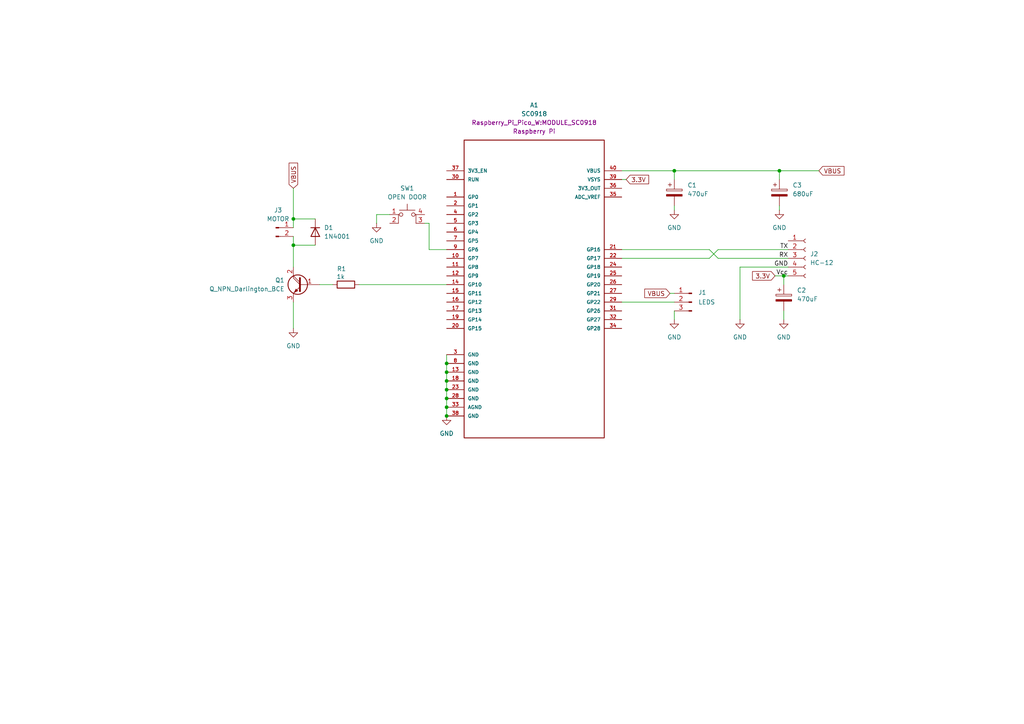
<source format=kicad_sch>
(kicad_sch (version 20231120) (generator "eeschema") (generator_version "8.0")
  (paper "A4")
  (lib_symbols
    (symbol "Connector:Conn_01x02_Pin" (pin_names (offset 1.016) hide)
      (property "Reference" "J" (at 0 2.54 0))
      (property "Value" "Conn_01x02_Pin" (at 0 -5.08 0))
      (symbol "Conn_01x02_Pin_1_1"
        (polyline (pts (xy 1.27 -2.54) (xy 0.8636 -2.54)) (stroke (width 0.1524)))
        (polyline (pts (xy 1.27 0) (xy 0.8636 0)) (stroke (width 0.1524)))
        (rectangle (start 0.8636 -2.413) (end 0 -2.667) (stroke (width 0.1524)) (fill (type outline)))
        (rectangle (start 0.8636 0.127) (end 0 -0.127) (stroke (width 0.1524)) (fill (type outline)))
        (pin passive line (at 5.08 0 180) (length 3.81) (name "Pin_1") (number "1"))
        (pin passive line (at 5.08 -2.54 180) (length 3.81) (name "Pin_2") (number "2"))
      )
    )
    (symbol "Connector:Conn_01x03_Pin" (pin_names (offset 1.016) hide)
      (property "Reference" "J" (at 0 5.08 0))
      (property "Value" "Conn_01x03_Pin" (at 0 -5.08 0))
      (symbol "Conn_01x03_Pin_1_1"
        (polyline (pts (xy 1.27 -2.54) (xy 0.8636 -2.54)) (stroke (width 0.1524)))
        (polyline (pts (xy 1.27 0) (xy 0.8636 0)) (stroke (width 0.1524)))
        (polyline (pts (xy 1.27 2.54) (xy 0.8636 2.54)) (stroke (width 0.1524)))
        (rectangle (start 0.8636 -2.413) (end 0 -2.667) (stroke (width 0.1524)) (fill (type outline)))
        (rectangle (start 0.8636 0.127) (end 0 -0.127) (stroke (width 0.1524)) (fill (type outline)))
        (rectangle (start 0.8636 2.667) (end 0 2.413) (stroke (width 0.1524)) (fill (type outline)))
        (pin passive line (at 5.08 2.54 180) (length 3.81) (name "Pin_1") (number "1"))
        (pin passive line (at 5.08 0 180) (length 3.81) (name "Pin_2") (number "2"))
        (pin passive line (at 5.08 -2.54 180) (length 3.81) (name "Pin_3") (number "3"))
      )
    )
    (symbol "Connector:Conn_01x05_Socket" (pin_names (offset 1.016) hide)
      (property "Reference" "J" (at 0 7.62 0))
      (property "Value" "Conn_01x05_Socket" (at 0 -7.62 0))
      (symbol "Conn_01x05_Socket_1_1"
        (arc (start 0 -4.572) (mid -0.5058 -5.08) (end 0 -5.588) (stroke (width 0.1524)))
        (arc (start 0 -2.032) (mid -0.5058 -2.54) (end 0 -3.048) (stroke (width 0.1524)))
        (polyline (pts (xy -1.27 -5.08) (xy -0.508 -5.08)) (stroke (width 0.1524)))
        (polyline (pts (xy -1.27 -2.54) (xy -0.508 -2.54)) (stroke (width 0.1524)))
        (polyline (pts (xy -1.27 0) (xy -0.508 0)) (stroke (width 0.1524)))
        (polyline (pts (xy -1.27 2.54) (xy -0.508 2.54)) (stroke (width 0.1524)))
        (polyline (pts (xy -1.27 5.08) (xy -0.508 5.08)) (stroke (width 0.1524)))
        (arc (start 0 0.508) (mid -0.5058 0) (end 0 -0.508) (stroke (width 0.1524)))
        (arc (start 0 3.048) (mid -0.5058 2.54) (end 0 2.032) (stroke (width 0.1524)))
        (arc (start 0 5.588) (mid -0.5058 5.08) (end 0 4.572) (stroke (width 0.1524)))
        (pin passive line (at -5.08 5.08 0) (length 3.81) (name "Pin_1") (number "1"))
        (pin passive line (at -5.08 2.54 0) (length 3.81) (name "Pin_2") (number "2"))
        (pin passive line (at -5.08 0 0) (length 3.81) (name "Pin_3") (number "3"))
        (pin passive line (at -5.08 -2.54 0) (length 3.81) (name "Pin_4") (number "4"))
        (pin passive line (at -5.08 -5.08 0) (length 3.81) (name "Pin_5") (number "5"))
      )
    )
    (symbol "Device:C_Polarized" (pin_numbers hide) (pin_names (offset 0.254))
      (property "Reference" "C" (at 0.635 2.54 0))
      (property "Value" "C_Polarized" (at 0.635 -2.54 0))
      (symbol "C_Polarized_0_1"
        (rectangle (start -2.286 0.508) (end 2.286 1.016))
        (polyline (pts (xy -1.778 2.286) (xy -0.762 2.286)))
        (polyline (pts (xy -1.27 2.794) (xy -1.27 1.778)))
        (rectangle (start 2.286 -0.508) (end -2.286 -1.016) (fill (type outline)))
      )
      (symbol "C_Polarized_1_1"
        (pin passive line (at 0 3.81 270) (length 2.794) (name "~") (number "1"))
        (pin passive line (at 0 -3.81 90) (length 2.794) (name "~") (number "2"))
      )
    )
    (symbol "Device:D" (pin_numbers hide) (pin_names (offset 1.016) hide)
      (property "Reference" "D" (at 0 2.54 0))
      (property "Value" "D" (at 0 -2.54 0))
      (symbol "D_0_1"
        (polyline (pts (xy -1.27 1.27) (xy -1.27 -1.27)) (stroke (width 0.254)))
        (polyline (pts (xy 1.27 0) (xy -1.27 0)))
        (polyline (pts (xy 1.27 1.27) (xy 1.27 -1.27) (xy -1.27 0) (xy 1.27 1.27)) (stroke (width 0.254)))
      )
      (symbol "D_1_1"
        (pin passive line (at -3.81 0 0) (length 2.54) (name "K") (number "1"))
        (pin passive line (at 3.81 0 180) (length 2.54) (name "A") (number "2"))
      )
    )
    (symbol "Device:Q_NPN_Darlington_BCE" (pin_names (offset 0) hide)
      (property "Reference" "Q" (at 4.572 1.27 0))
      (property "Value" "Q_NPN_Darlington_BCE" (at 4.572 -1.27 0))
      (symbol "Q_NPN_Darlington_BCE_0_1"
        (polyline (pts (xy 0.635 0.635) (xy 2.54 2.54)))
        (polyline (pts (xy 0.635 -0.635) (xy 2.54 -2.54) (xy 2.54 -2.54)))
        (polyline (pts (xy 0.635 0) (xy 2.54 1.905) (xy 2.54 2.54)))
        (polyline (pts (xy 0.635 1.905) (xy 0.635 -1.905) (xy 0.635 -1.905)) (stroke (width 0.508)))
        (polyline (pts (xy 1.27 -1.778) (xy 1.778 -1.27) (xy 2.286 -2.286) (xy 1.27 -1.778) (xy 1.27 -1.778)) (fill (type outline)))
        (circle (center 1.27 0) (radius 2.8194) (stroke (width 0.254)))
      )
      (symbol "Q_NPN_Darlington_BCE_1_1"
        (pin input line (at -5.08 0 0) (length 5.715) (name "B") (number "1"))
        (pin passive line (at 2.54 5.08 270) (length 2.54) (name "C") (number "2"))
        (pin passive line (at 2.54 -5.08 90) (length 2.54) (name "E") (number "3"))
      )
    )
    (symbol "Device:R" (pin_numbers hide) (pin_names (offset 0))
      (property "Reference" "R" (at 2.032 0 90))
      (property "Value" "R" (at 0 0 90))
      (symbol "R_0_1"
        (rectangle (start -1.016 -2.54) (end 1.016 2.54) (stroke (width 0.254)))
      )
      (symbol "R_1_1"
        (pin passive line (at 0 3.81 270) (length 1.27) (name "~") (number "1"))
        (pin passive line (at 0 -3.81 90) (length 1.27) (name "~") (number "2"))
      )
    )
    (symbol "Raspberry_Pi_Pico_W_SC0918:SC0918" (pin_names (offset 1.016))
      (property "Reference" "A1" (at 0 58.42 0))
      (property "Value" "SC0918" (at 0 55.88 0))
      (property "Footprint" "Raspberry Pi:MODULE_SC0918" (at -12.7 -46.99 0))
      (property "manufacturer" "Raspberry Pi" (at 0 53.34 0))
      (symbol "SC0918_0_0"
        (rectangle (start -20.32 -43.18) (end 20.32 43.18) (stroke (width 0.254)))
        (pin bidirectional line (at -25.4 26.67 0) (length 5.08) (name "GP0") (number "1"))
        (pin bidirectional line (at -25.4 8.89 0) (length 5.08) (name "GP7") (number "10"))
        (pin bidirectional line (at -25.4 6.35 0) (length 5.08) (name "GP8") (number "11"))
        (pin bidirectional line (at -25.4 3.81 0) (length 5.08) (name "GP9") (number "12"))
        (pin power_in line (at -25.4 -24.13 0) (length 5.08) (name "GND") (number "13"))
        (pin bidirectional line (at -25.4 1.27 0) (length 5.08) (name "GP10") (number "14"))
        (pin bidirectional line (at -25.4 -1.27 0) (length 5.08) (name "GP11") (number "15"))
        (pin bidirectional line (at -25.4 -3.81 0) (length 5.08) (name "GP12") (number "16"))
        (pin bidirectional line (at -25.4 -6.35 0) (length 5.08) (name "GP13") (number "17"))
        (pin power_in line (at -25.4 -26.67 0) (length 5.08) (name "GND") (number "18"))
        (pin bidirectional line (at -25.4 -8.89 0) (length 5.08) (name "GP14") (number "19"))
        (pin bidirectional line (at -25.4 24.13 0) (length 5.08) (name "GP1") (number "2"))
        (pin bidirectional line (at -25.4 -11.43 0) (length 5.08) (name "GP15") (number "20"))
        (pin bidirectional line (at 25.4 11.43 180) (length 5.08) (name "GP16") (number "21"))
        (pin bidirectional line (at 25.4 8.89 180) (length 5.08) (name "GP17") (number "22"))
        (pin power_in line (at -25.4 -29.21 0) (length 5.08) (name "GND") (number "23"))
        (pin bidirectional line (at 25.4 6.35 180) (length 5.08) (name "GP18") (number "24"))
        (pin bidirectional line (at 25.4 3.81 180) (length 5.08) (name "GP19") (number "25"))
        (pin bidirectional line (at 25.4 1.27 180) (length 5.08) (name "GP20") (number "26"))
        (pin bidirectional line (at 25.4 -1.27 180) (length 5.08) (name "GP21") (number "27"))
        (pin power_in line (at -25.4 -31.75 0) (length 5.08) (name "GND") (number "28"))
        (pin bidirectional line (at 25.4 -3.81 180) (length 5.08) (name "GP22") (number "29"))
        (pin power_in line (at -25.4 -19.05 0) (length 5.08) (name "GND") (number "3"))
        (pin input line (at -25.4 31.75 0) (length 5.08) (name "RUN") (number "30"))
        (pin bidirectional line (at 25.4 -6.35 180) (length 5.08) (name "GP26") (number "31"))
        (pin bidirectional line (at 25.4 -8.89 180) (length 5.08) (name "GP27") (number "32"))
        (pin power_in line (at -25.4 -34.29 0) (length 5.08) (name "AGND") (number "33"))
        (pin bidirectional line (at 25.4 -11.43 180) (length 5.08) (name "GP28") (number "34"))
        (pin power_in line (at 25.4 26.67 180) (length 5.08) (name "ADC_VREF") (number "35"))
        (pin power_in line (at 25.4 29.21 180) (length 5.08) (name "3V3_OUT") (number "36"))
        (pin input line (at -25.4 34.29 0) (length 5.08) (name "3V3_EN") (number "37"))
        (pin power_in line (at -25.4 -36.83 0) (length 5.08) (name "GND") (number "38"))
        (pin free line (at 25.4 31.75 180) (length 5.08) (name "VSYS") (number "39"))
        (pin bidirectional line (at -25.4 21.59 0) (length 5.08) (name "GP2") (number "4"))
        (pin free line (at 25.4 34.29 180) (length 5.08) (name "VBUS") (number "40"))
        (pin bidirectional line (at -25.4 19.05 0) (length 5.08) (name "GP3") (number "5"))
        (pin bidirectional line (at -25.4 16.51 0) (length 5.08) (name "GP4") (number "6"))
        (pin bidirectional line (at -25.4 13.97 0) (length 5.08) (name "GP5") (number "7"))
        (pin power_in line (at -25.4 -21.59 0) (length 5.08) (name "GND") (number "8"))
        (pin bidirectional line (at -25.4 11.43 0) (length 5.08) (name "GP6") (number "9"))
      )
    )
    (symbol "Switch:SW_MEC_5E" (pin_names (offset 1.016) hide)
      (property "Reference" "SW" (at 0.635 5.715 0))
      (property "Value" "SW_MEC_5E" (at 0 -3.175 0))
      (symbol "SW_MEC_5E_0_1"
        (circle (center -1.778 2.54) (radius 0.508))
        (polyline (pts (xy -2.286 3.81) (xy 2.286 3.81)))
        (polyline (pts (xy 0 3.81) (xy 0 5.588)))
        (polyline (pts (xy -2.54 0) (xy -2.54 2.54) (xy -2.286 2.54)))
        (polyline (pts (xy 2.54 0) (xy 2.54 2.54) (xy 2.286 2.54)))
        (circle (center 1.778 2.54) (radius 0.508))
        (pin passive line (at -5.08 2.54 0) (length 2.54) (name "1") (number "1"))
        (pin passive line (at -5.08 0 0) (length 2.54) (name "2") (number "2"))
        (pin passive line (at 5.08 0 180) (length 2.54) (name "K") (number "3"))
        (pin passive line (at 5.08 2.54 180) (length 2.54) (name "A") (number "4"))
      )
    )
    (symbol "power:GND" (power) (pin_numbers hide) (pin_names (offset 0) hide)
      (property "Value" "GND" (at 0 -3.81 0))
      (symbol "GND_0_1"
        (polyline (pts (xy 0 0) (xy 0 -1.27) (xy 1.27 -1.27) (xy 0 -2.54) (xy -1.27 -1.27) (xy 0 -1.27)))
      )
      (symbol "GND_1_1"
        (pin power_in line (at 0 0 270) (length 0) (name "~") (number "1"))
      )
    )
  )
  (junction (at 227.33 80.01))
  (junction (at 129.54 110.49))
  (junction (at 195.58 49.53))
  (junction (at 129.54 113.03))
  (junction (at 85.09 63.5))
  (junction (at 129.54 107.95))
  (junction (at 85.09 71.12))
  (junction (at 129.54 120.65))
  (junction (at 129.54 105.41))
  (junction (at 129.54 115.57))
  (junction (at 129.54 118.11))
  (junction (at 226.06 49.53))
  (wire (pts (xy 180.34 49.53) (xy 195.58 49.53)))
  (wire (pts (xy 224.79 80.01) (xy 227.33 80.01)))
  (wire (pts (xy 214.63 77.47) (xy 228.6 77.47)))
  (wire (pts (xy 205.74 74.93) (xy 208.28 72.39)))
  (wire (pts (xy 180.34 87.63) (xy 195.58 87.63)))
  (wire (pts (xy 227.33 92.71) (xy 227.33 90.17)))
  (wire (pts (xy 129.54 110.49) (xy 129.54 113.03)))
  (wire (pts (xy 195.58 49.53) (xy 226.06 49.53)))
  (wire (pts (xy 180.34 72.39) (xy 205.74 72.39)))
  (wire (pts (xy 129.54 102.87) (xy 129.54 105.41)))
  (wire (pts (xy 227.33 80.01) (xy 228.6 80.01)))
  (wire (pts (xy 129.54 105.41) (xy 129.54 107.95)))
  (wire (pts (xy 85.09 63.5) (xy 85.09 54.61)))
  (wire (pts (xy 124.46 64.77) (xy 124.46 72.39)))
  (wire (pts (xy 85.09 71.12) (xy 91.44 71.12)))
  (wire (pts (xy 180.34 52.07) (xy 181.61 52.07)))
  (wire (pts (xy 129.54 118.11) (xy 129.54 120.65)))
  (wire (pts (xy 85.09 87.63) (xy 85.09 95.25)))
  (wire (pts (xy 208.28 74.93) (xy 228.6 74.93)))
  (wire (pts (xy 129.54 113.03) (xy 129.54 115.57)))
  (wire (pts (xy 226.06 60.96) (xy 226.06 59.69)))
  (wire (pts (xy 194.31 85.09) (xy 195.58 85.09)))
  (wire (pts (xy 85.09 63.5) (xy 91.44 63.5)))
  (wire (pts (xy 180.34 74.93) (xy 205.74 74.93)))
  (wire (pts (xy 205.74 72.39) (xy 208.28 74.93)))
  (wire (pts (xy 129.54 107.95) (xy 129.54 110.49)))
  (wire (pts (xy 85.09 71.12) (xy 85.09 77.47)))
  (wire (pts (xy 195.58 60.96) (xy 195.58 59.69)))
  (wire (pts (xy 227.33 82.55) (xy 227.33 80.01)))
  (wire (pts (xy 214.63 77.47) (xy 214.63 92.71)))
  (wire (pts (xy 109.22 62.23) (xy 113.03 62.23)))
  (wire (pts (xy 226.06 49.53) (xy 226.06 52.07)))
  (wire (pts (xy 85.09 66.04) (xy 85.09 63.5)))
  (wire (pts (xy 92.71 82.55) (xy 96.52 82.55)))
  (wire (pts (xy 195.58 90.17) (xy 195.58 92.71)))
  (wire (pts (xy 208.28 72.39) (xy 228.6 72.39)))
  (wire (pts (xy 129.54 115.57) (xy 129.54 118.11)))
  (wire (pts (xy 124.46 72.39) (xy 129.54 72.39)))
  (wire (pts (xy 123.19 64.77) (xy 124.46 64.77)))
  (wire (pts (xy 226.06 49.53) (xy 237.49 49.53)))
  (wire (pts (xy 85.09 68.58) (xy 85.09 71.12)))
  (wire (pts (xy 109.22 62.23) (xy 109.22 64.77)))
  (wire (pts (xy 104.14 82.55) (xy 129.54 82.55)))
  (wire (pts (xy 195.58 52.07) (xy 195.58 49.53)))
  (label "TX" (at 228.6 72.39 180))
  (label "RX" (at 228.6 74.93 180))
  (label "Vcc" (at 228.6 80.01 180))
  (label "GND" (at 228.6 77.47 180))
  (global_label "VBUS" (shape input) (at 194.31 85.09 180) (property "Intersheetrefs" "${INTERSHEET_REFS}" (effects (hide yes))))
  (global_label "3.3V" (shape input) (at 181.61 52.07 0) (property "Intersheetrefs" "${INTERSHEET_REFS}" (effects (hide yes))))
  (global_label "3.3V" (shape input) (at 224.79 80.01 180) (property "Intersheetrefs" "${INTERSHEET_REFS}" (effects (hide yes))))
  (global_label "VBUS" (shape input) (at 237.49 49.53 0) (property "Intersheetrefs" "${INTERSHEET_REFS}" (effects (hide yes))))
  (global_label "VBUS" (shape input) (at 85.09 54.61 90) (property "Intersheetrefs" "${INTERSHEET_REFS}" (effects (hide yes))))
  (symbol (lib_id "power:GND") (at 109.22 64.77 0) (unit 1)
    (property "Reference" "#PWR03" (effects (hide yes)))
    (property "Value" "GND" (at 109.22 69.85 0))
    (property "Description" "Power symbol creates a global label with name \"GND\" , ground" (effects (hide yes)))
  )
  (symbol (lib_id "power:GND") (at 227.33 92.71 0) (unit 1)
    (property "Reference" "#PWR07" (effects (hide yes)))
    (property "Value" "GND" (at 227.33 97.79 0))
    (property "Description" "Power symbol creates a global label with name \"GND\" , ground" (effects (hide yes)))
  )
  (symbol (lib_id "power:GND") (at 214.63 92.71 0) (unit 1)
    (property "Reference" "#PWR05" (effects (hide yes)))
    (property "Value" "GND" (at 214.63 97.79 0))
    (property "Description" "Power symbol creates a global label with name \"GND\" , ground" (effects (hide yes)))
  )
  (symbol (lib_id "Raspberry_Pi_Pico_W_SC0918:SC0918") (at 154.94 83.82 0) (unit 1)
    (property "Reference" "A1" (at 154.94 30.48 0))
    (property "Value" "SC0918" (at 154.94 33.02 0))
    (property "Footprint" "Raspberry_Pi_Pico_W:MODULE_SC0918" (at 154.94 35.56 0))
    (property "Datasheet" "https://datasheets.raspberrypi.com/picow/pico-w-datasheet.pdf" (effects (hide yes)))
    (property "manufacturer" "Raspberry Pi" (at 154.94 38.1 0))
    (property "P/N" "SC0918" (effects (hide yes)))
    (property "PARTREV" "1.6" (effects (hide yes)))
    (property "MAXIMUM_PACKAGE_HEIGHT" "3.73mm" (effects (hide yes)))
  )
  (symbol (lib_id "Device:C_Polarized") (at 195.58 55.88 0) (unit 1)
    (property "Reference" "C1" (at 199.39 53.7209 0) (effects (justify left)))
    (property "Value" "470uF" (at 199.39 56.2609 0) (effects (justify left)))
    (property "Footprint" "Capacitor_THT:CP_Radial_D8.0mm_P3.50mm" (effects (hide yes)))
    (property "Description" "Polarized capacitor" (effects (hide yes)))
  )
  (symbol (lib_id "Device:C_Polarized") (at 226.06 55.88 0) (unit 1)
    (property "Reference" "C3" (at 229.87 53.7209 0) (effects (justify left)))
    (property "Value" "680uF" (at 229.87 56.2609 0) (effects (justify left)))
    (property "Footprint" "Capacitor_THT:CP_Radial_D10.0mm_P5.00mm" (effects (hide yes)))
    (property "Description" "Polarized capacitor" (effects (hide yes)))
  )
  (symbol (lib_id "power:GND") (at 195.58 60.96 0) (unit 1)
    (property "Reference" "#PWR06" (effects (hide yes)))
    (property "Value" "GND" (at 195.58 66.04 0))
    (property "Description" "Power symbol creates a global label with name \"GND\" , ground" (effects (hide yes)))
  )
  (symbol (lib_id "Connector:Conn_01x05_Socket") (at 233.68 74.93 0) (unit 1)
    (property "Reference" "J2" (at 234.95 73.6599 0) (effects (justify left)))
    (property "Value" "HC-12" (at 234.95 76.1999 0) (effects (justify left)))
    (property "Footprint" "Connector_PinSocket_2.54mm:PinSocket_1x05_P2.54mm_Vertical" (effects (hide yes)))
    (property "Description" "Generic connector, single row, 01x05, script generated" (effects (hide yes)))
  )
  (symbol (lib_id "Device:D") (at 91.44 67.31 270) (unit 1)
    (property "Reference" "D1" (at 93.98 66.0399 90) (effects (justify left)))
    (property "Value" "1N4001" (at 93.98 68.5799 90) (effects (justify left)))
    (property "Footprint" "Diode_THT:D_DO-41_SOD81_P10.16mm_Horizontal" (effects (hide yes)))
    (property "Description" "Diode" (effects (hide yes)))
    (property "Sim.Device" "D" (effects (hide yes)))
    (property "Sim.Pins" "1=K 2=A" (effects (hide yes)))
  )
  (symbol (lib_id "power:GND") (at 226.06 60.96 0) (unit 1)
    (property "Reference" "#PWR08" (effects (hide yes)))
    (property "Value" "GND" (at 226.06 66.04 0))
    (property "Description" "Power symbol creates a global label with name \"GND\" , ground" (effects (hide yes)))
  )
  (symbol (lib_id "Connector:Conn_01x03_Pin") (at 200.66 87.63 0) (mirror y) (unit 1)
    (property "Reference" "J1" (at 203.708 84.836 0))
    (property "Value" "LEDS" (at 204.978 87.63 0))
    (property "Footprint" "Connector_JST:JST_XH_B3B-XH-A_1x03_P2.50mm_Vertical" (effects (hide yes)))
    (property "Description" "Generic connector, single row, 01x03, script generated" (effects (hide yes)))
  )
  (symbol (lib_id "power:GND") (at 129.54 120.65 0) (unit 1)
    (property "Reference" "#PWR01" (effects (hide yes)))
    (property "Value" "GND" (at 129.54 125.73 0))
    (property "Description" "Power symbol creates a global label with name \"GND\" , ground" (effects (hide yes)))
  )
  (symbol (lib_id "Device:R") (at 100.33 82.55 90) (unit 1)
    (property "Reference" "R1" (at 99.06 77.978 90))
    (property "Value" "1k" (at 98.806 80.264 90))
    (property "Footprint" "Resistor_THT:R_Axial_DIN0309_L9.0mm_D3.2mm_P12.70mm_Horizontal" (effects (hide yes)))
    (property "Description" "Resistor" (effects (hide yes)))
  )
  (symbol (lib_id "Connector:Conn_01x02_Pin") (at 80.01 66.04 0) (unit 1)
    (property "Reference" "J3" (at 80.645 60.96 0))
    (property "Value" "MOTOR" (at 80.645 63.5 0))
    (property "Footprint" "Connector_JST:JST_XH_B2B-XH-A_1x02_P2.50mm_Vertical" (effects (hide yes)))
    (property "Description" "Generic connector, single row, 01x02, script generated" (effects (hide yes)))
  )
  (symbol (lib_id "Device:Q_NPN_Darlington_BCE") (at 87.63 82.55 0) (mirror y) (unit 1)
    (property "Reference" "Q1" (at 82.55 81.2799 0) (effects (justify left)))
    (property "Value" "Q_NPN_Darlington_BCE" (at 82.55 83.8199 0) (effects (justify left)))
    (property "Footprint" "Package_TO_SOT_THT:TO-220-3_Horizontal_TabDown" (effects (hide yes)))
    (property "Description" "NPN Darlington transistor, base/collector/emitter" (effects (hide yes)))
  )
  (symbol (lib_id "Switch:SW_MEC_5E") (at 118.11 64.77 0) (unit 1)
    (property "Reference" "SW1" (at 118.11 54.61 0))
    (property "Value" "OPEN DOOR" (at 118.11 57.15 0))
    (property "Footprint" "Button COM 10302:COM-10302_SPK" (effects (hide yes)))
    (property "Datasheet" "http://www.apem.com/int/index.php?controller=attachment&id_attachment=1371" (effects (hide yes)))
    (property "Description" "MEC 5E single pole normally-open tactile switch" (effects (hide yes)))
  )
  (symbol (lib_id "Device:C_Polarized") (at 227.33 86.36 0) (unit 1)
    (property "Reference" "C2" (at 231.14 84.2009 0) (effects (justify left)))
    (property "Value" "470uF" (at 231.14 86.7409 0) (effects (justify left)))
    (property "Footprint" "Capacitor_THT:CP_Radial_D8.0mm_P3.50mm" (effects (hide yes)))
    (property "Description" "Polarized capacitor" (effects (hide yes)))
  )
  (symbol (lib_id "power:GND") (at 195.58 92.71 0) (unit 1)
    (property "Reference" "#PWR02" (effects (hide yes)))
    (property "Value" "GND" (at 195.58 97.79 0))
    (property "Description" "Power symbol creates a global label with name \"GND\" , ground" (effects (hide yes)))
  )
  (symbol (lib_id "power:GND") (at 85.09 95.25 0) (unit 1)
    (property "Reference" "#PWR04" (effects (hide yes)))
    (property "Value" "GND" (at 85.09 100.33 0))
    (property "Description" "Power symbol creates a global label with name \"GND\" , ground" (effects (hide yes)))
  )
)
</source>
